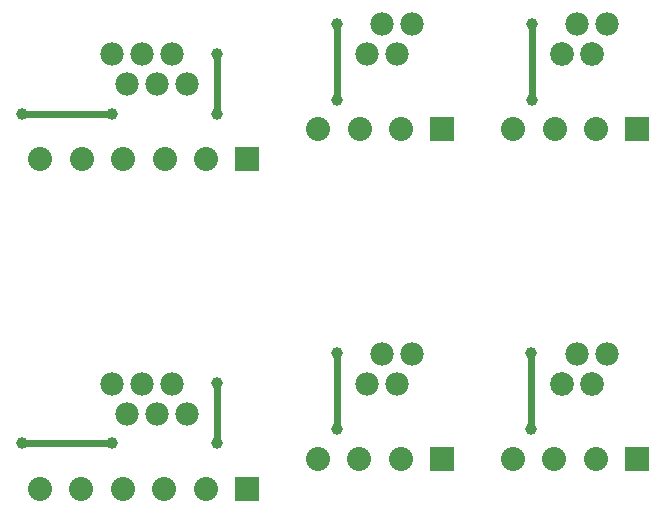
<source format=gtl>
G04 MADE WITH FRITZING*
G04 WWW.FRITZING.ORG*
G04 DOUBLE SIDED*
G04 HOLES PLATED*
G04 CONTOUR ON CENTER OF CONTOUR VECTOR*
%ASAXBY*%
%FSLAX23Y23*%
%MOIN*%
%OFA0B0*%
%SFA1.0B1.0*%
%ADD10C,0.078000*%
%ADD11C,0.079370*%
%ADD12C,0.080000*%
%ADD13C,0.039370*%
%ADD14R,0.080000X0.080000*%
%ADD15C,0.024000*%
%LNCOPPER1*%
G90*
G70*
G54D10*
X647Y559D03*
X547Y559D03*
X447Y559D03*
X648Y1658D03*
X548Y1658D03*
X448Y1658D03*
G54D11*
X2047Y559D03*
X1947Y559D03*
X2048Y1658D03*
X1948Y1658D03*
G54D10*
X2097Y659D03*
X1997Y659D03*
X2098Y1758D03*
X1998Y1758D03*
X1397Y559D03*
X1297Y559D03*
X1398Y1658D03*
X1298Y1658D03*
X1447Y659D03*
X1347Y659D03*
X1448Y1758D03*
X1348Y1758D03*
X697Y459D03*
X597Y459D03*
X497Y459D03*
X698Y1558D03*
X598Y1558D03*
X498Y1558D03*
G54D12*
X2197Y309D03*
X2060Y309D03*
X1922Y309D03*
X1784Y309D03*
X2198Y1408D03*
X2061Y1408D03*
X1923Y1408D03*
X1785Y1408D03*
X1547Y309D03*
X1410Y309D03*
X1272Y309D03*
X1134Y309D03*
X1548Y1408D03*
X1411Y1408D03*
X1273Y1408D03*
X1135Y1408D03*
X897Y209D03*
X760Y209D03*
X622Y209D03*
X484Y209D03*
X346Y209D03*
X208Y209D03*
X898Y1308D03*
X760Y1308D03*
X623Y1308D03*
X485Y1308D03*
X347Y1308D03*
X209Y1308D03*
G54D13*
X447Y360D03*
X448Y1458D03*
X147Y360D03*
X148Y1458D03*
X798Y360D03*
X799Y1458D03*
X798Y560D03*
X799Y1658D03*
X1846Y660D03*
X1847Y1758D03*
X1846Y408D03*
X1847Y1506D03*
X1198Y408D03*
X1199Y1506D03*
X1198Y660D03*
X1199Y1758D03*
G54D14*
X2197Y309D03*
X2198Y1408D03*
X1547Y309D03*
X1548Y1408D03*
X897Y209D03*
X898Y1308D03*
G54D15*
X439Y360D02*
X155Y360D01*
D02*
X440Y1458D02*
X156Y1458D01*
D02*
X798Y368D02*
X798Y552D01*
D02*
X799Y1466D02*
X799Y1650D01*
D02*
X1846Y652D02*
X1846Y416D01*
D02*
X1847Y1750D02*
X1847Y1514D01*
D02*
X1198Y652D02*
X1198Y416D01*
D02*
X1199Y1750D02*
X1199Y1514D01*
G04 End of Copper1*
M02*
</source>
